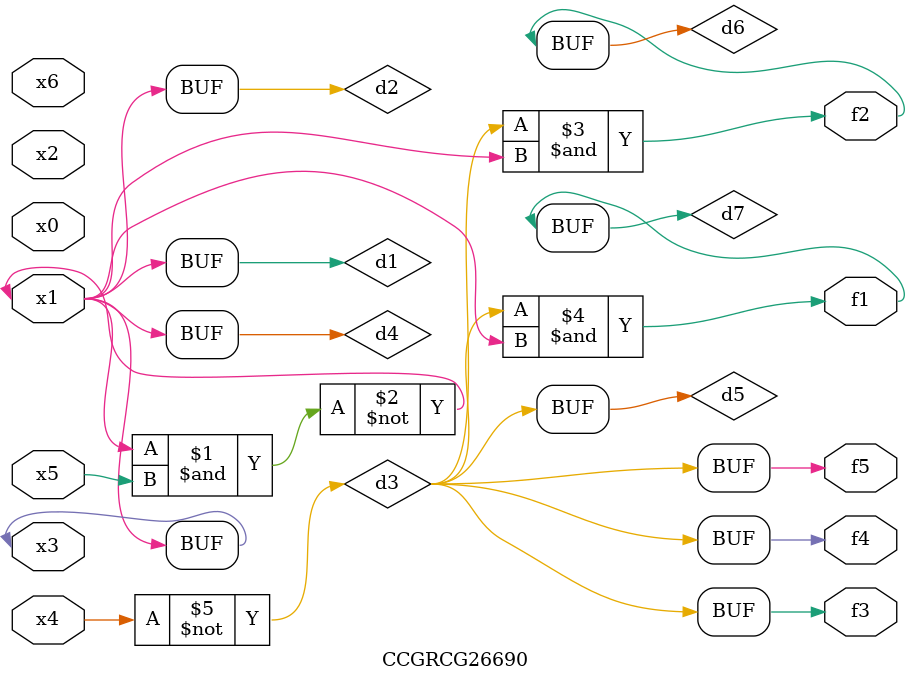
<source format=v>
module CCGRCG26690(
	input x0, x1, x2, x3, x4, x5, x6,
	output f1, f2, f3, f4, f5
);

	wire d1, d2, d3, d4, d5, d6, d7;

	buf (d1, x1, x3);
	nand (d2, x1, x5);
	not (d3, x4);
	buf (d4, d1, d2);
	buf (d5, d3);
	and (d6, d3, d4);
	and (d7, d3, d4);
	assign f1 = d7;
	assign f2 = d6;
	assign f3 = d5;
	assign f4 = d5;
	assign f5 = d5;
endmodule

</source>
